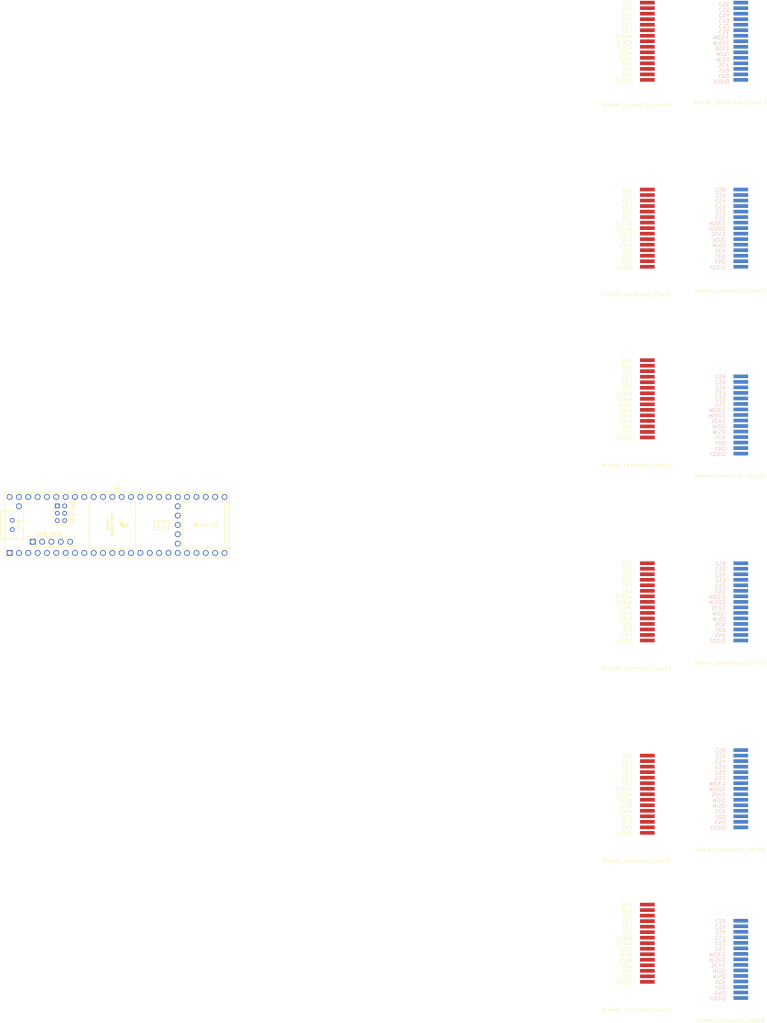
<source format=kicad_pcb>
(kicad_pcb (version 20221018) (generator pcbnew)
  (layers (0 "F.Cu" signal) (31 "B.Cu" signal) (34 "B.Paste" user) (35 "F.Paste" user) (36 "B.SilkS" user "B.Silkscreen") (37 "F.SilkS" user "F.Silkscreen") (38 "B.Mask" user) (39 "F.Mask" user) (44 "Edge.Cuts" user))
  (net 0 "")
  (net 1 "Net-(master_connector_input1-VDDIO)")
  (net 2 "Net-(master_connector_input1-GND)")
  (net 3 "Net-(master_connector_input1-VDD)")
  (net 4 "Net-(U1-13_SCK_LED)")
  (net 5 "Net-(U1-12_MISO_MQSL)")
  (net 6 "Net-(U1-11_MOSI_CTX1)")
  (net 7 "Net-(U1-27_A13_SCK1)")
  (net 8 "Net-(U1-1_TX1_CTX2_MISO1)")
  (net 9 "Net-(U1-26_A12_MOSI1)")
  (net 10 "Net-(U1-33_MCLK2)")
  (net 11 "Net-(U1-34_RX8)")
  (net 12 "Net-(U1-35_TX8)")
  (net 13 "Net-(U1-36_CS)")
  (net 14 "Net-(U1-37_CS)")
  (net 15 "Net-(U1-38_CS1_IN1)")
  (net 16 "Net-(U1-39_MISO1_OUT1A)")
  (net 17 "Net-(U1-40_A16)")
  (net 18 "Net-(U1-41_A17)")
  (net 19 "Net-(U1-14_A0_TX3_SPDIF_OUT)")
  (net 20 "Net-(U1-15_A1_RX3_SPDIF_IN)")
  (net 21 "Net-(U1-16_A2_RX4_SCL1)")
  (net 22 "Net-(U1-17_A3_TX4_SDA1)")
  (net 23 "Net-(U1-21_A7_RX5_BCLK1)")
  (net 24 "Net-(U1-22_A8_CTX1)")
  (net 25 "Net-(U1-23_A9_CRX1_MCLK1)")
  (net 26 "Net-(U1-0_RX1_CRX2_CS1)")
  (net 27 "Net-(U1-2_OUT2)")
  (net 28 "Net-(U1-3_LRCLK2)")
  (net 29 "Net-(U1-4_BCLK2)")
  (net 30 "Net-(U1-5_IN2)")
  (net 31 "Net-(U1-6_OUT1D)")
  (net 32 "Net-(U1-7_RX2_OUT1A)")
  (net 33 "Net-(U1-8_TX2_IN1)")
  (net 34 "Net-(U1-9_OUT1C)")
  (net 35 "Net-(U1-10_CS_MQSR)")
  (net 36 "Net-(U1-24_A10_TX6_SCL2)")
  (net 37 "Net-(U1-25_A11_RX6_SDA2)")
  (net 38 "Net-(U1-28_RX7)")
  (net 39 "Net-(U1-29_TX7)")
  (net 40 "Net-(U1-30_CRX3)")
  (net 41 "Net-(U1-31_CTX3)")
  (net 42 "Net-(U1-32_OUT1B)")
  (footprint "BMP581:Teensy41" (layer "F.Cu") (at 133.225 83.05)
    (fp_text reference "U1")
    (fp_text value "Teensy4.1")
  )
  (footprint "BMP581:Master_pins_top" (layer "F.Cu") (at 274.43 3.86 180)
    (fp_text reference "master_connector_input5")
    (fp_text value "std_master_input")
  )
  (footprint "BMP581:Master_pins_bottom" (layer "F.Cu") (at 299.83 -46.94 180)
    (fp_text reference "master_connector_input13")
    (fp_text value "std_master_input")
  )
  (footprint "BMP581:Master_pins_bottom" (layer "F.Cu") (at 299.83 156.26 180)
    (fp_text reference "master_connector_input9")
    (fp_text value "std_master_input")
  )
  (footprint "BMP581:Master_pins_bottom" (layer "F.Cu") (at 299.83 3.86 180)
    (fp_text reference "master_connector_input12")
    (fp_text value "std_master_input")
  )
  (footprint "BMP581:Master_pins_top" (layer "F.Cu") (at 274.43 -46.94 180)
    (fp_text reference "master_connector_input6")
    (fp_text value "std_master_input")
  )
  (footprint "BMP581:Master_pins_top" (layer "F.Cu") (at 274.43 105.46 180)
    (fp_text reference "master_connector_input3")
    (fp_text value "std_master_input")
  )
  (footprint "BMP581:Master_pins_bottom" (layer "F.Cu") (at 299.83 54.66 180)
    (fp_text reference "master_connector_input11")
    (fp_text value "std_master_input")
  )
  (footprint "BMP581:Master_pins_bottom" (layer "F.Cu") (at 299.83 202.66 180)
    (fp_text reference "master_connector_input8")
    (fp_text value "std_master_input")
  )
  (footprint "BMP581:Master_pins_top" (layer "F.Cu") (at 274.43 157.76 180)
    (fp_text reference "master_connector_input2")
    (fp_text value "std_master_input")
  )
  (footprint "BMP581:Master_pins_top" (layer "F.Cu") (at 274.43 50.26 180)
    (fp_text reference "master_connector_input4")
    (fp_text value "std_master_input")
  )
  (footprint "BMP581:Master_pins_top" (layer "F.Cu") (at 274.43 198.26 180)
    (fp_text reference "master_connector_input1")
    (fp_text value "std_master_input")
  )
  (footprint "BMP581:Master_pins_bottom" (layer "F.Cu") (at 299.83 105.46 180)
    (fp_text reference "master_connector_input10")
    (fp_text value "std_master_input")
  )
  (segment (start 277.43 207.26) (end 275.93 207.26) (width 0.25) (layer "F.Cu") (net 1))
)
</source>
